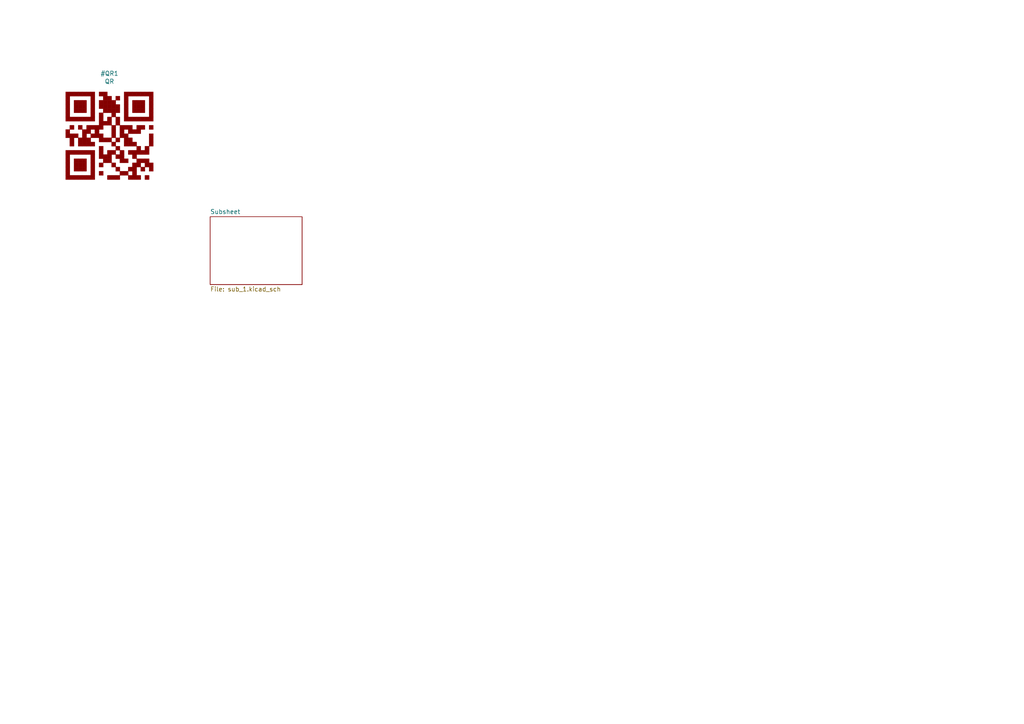
<source format=kicad_sch>
(kicad_sch (version 20211123) (generator eeschema)
  (paper "A4")
  (title_block (title "QR Test") (rev "A"))
  (lib_symbols
    (symbol "qr:QR" (pin_numbers hide) (pin_names hide) (in_bom no)
      (property "Reference" "#QR" (at 0 13.95 0))
      (property "Value" "QR" (at 0 -13.95 0))
      (symbol "QR_1_1"
        (rectangle (start -12.7 12.7) (end -11.49 11.49) (stroke (width 0.001)) (fill (type outline)))
        (rectangle (start -11.49 12.7) (end -10.28 11.49) (stroke (width 0.001)) (fill (type outline)))
        (rectangle (start -10.28 12.7) (end -9.07 11.49) (stroke (width 0.001)) (fill (type outline)))
        (rectangle (start -9.07 12.7) (end -7.86 11.49) (stroke (width 0.001)) (fill (type outline)))
        (rectangle (start -7.86 12.7) (end -6.65 11.49) (stroke (width 0.001)) (fill (type outline)))
        (rectangle (start -6.65 12.7) (end -5.44 11.49) (stroke (width 0.001)) (fill (type outline)))
        (rectangle (start -5.44 12.7) (end -4.23 11.49) (stroke (width 0.001)) (fill (type outline)))
        (rectangle (start -3.02 12.7) (end -1.81 11.49) (stroke (width 0.001)) (fill (type outline)))
        (rectangle (start -1.81 12.7) (end -0.6 11.49) (stroke (width 0.001)) (fill (type outline)))
        (rectangle (start 4.24 12.7) (end 5.45 11.49) (stroke (width 0.001)) (fill (type outline)))
        (rectangle (start 5.45 12.7) (end 6.66 11.49) (stroke (width 0.001)) (fill (type outline)))
        (rectangle (start 6.66 12.7) (end 7.87 11.49) (stroke (width 0.001)) (fill (type outline)))
        (rectangle (start 7.87 12.7) (end 9.08 11.49) (stroke (width 0.001)) (fill (type outline)))
        (rectangle (start 9.08 12.7) (end 10.29 11.49) (stroke (width 0.001)) (fill (type outline)))
        (rectangle (start 10.29 12.7) (end 11.5 11.49) (stroke (width 0.001)) (fill (type outline)))
        (rectangle (start 11.5 12.7) (end 12.71 11.49) (stroke (width 0.001)) (fill (type outline)))
        (rectangle (start -12.7 11.49) (end -11.49 10.28) (stroke (width 0.001)) (fill (type outline)))
        (rectangle (start -5.44 11.49) (end -4.23 10.28) (stroke (width 0.001)) (fill (type outline)))
        (rectangle (start -1.81 11.49) (end -0.6 10.28) (stroke (width 0.001)) (fill (type outline)))
        (rectangle (start -0.6 11.49) (end 0.61 10.28) (stroke (width 0.001)) (fill (type outline)))
        (rectangle (start 1.82 11.49) (end 3.03 10.28) (stroke (width 0.001)) (fill (type outline)))
        (rectangle (start 4.24 11.49) (end 5.45 10.28) (stroke (width 0.001)) (fill (type outline)))
        (rectangle (start 11.5 11.49) (end 12.71 10.28) (stroke (width 0.001)) (fill (type outline)))
        (rectangle (start -12.7 10.28) (end -11.49 9.07) (stroke (width 0.001)) (fill (type outline)))
        (rectangle (start -10.28 10.28) (end -9.07 9.07) (stroke (width 0.001)) (fill (type outline)))
        (rectangle (start -9.07 10.28) (end -7.86 9.07) (stroke (width 0.001)) (fill (type outline)))
        (rectangle (start -7.86 10.28) (end -6.65 9.07) (stroke (width 0.001)) (fill (type outline)))
        (rectangle (start -5.44 10.28) (end -4.23 9.07) (stroke (width 0.001)) (fill (type outline)))
        (rectangle (start -3.02 10.28) (end -1.81 9.07) (stroke (width 0.001)) (fill (type outline)))
        (rectangle (start -1.81 10.28) (end -0.6 9.07) (stroke (width 0.001)) (fill (type outline)))
        (rectangle (start -0.6 10.28) (end 0.61 9.07) (stroke (width 0.001)) (fill (type outline)))
        (rectangle (start 0.61 10.28) (end 1.82 9.07) (stroke (width 0.001)) (fill (type outline)))
        (rectangle (start 4.24 10.28) (end 5.45 9.07) (stroke (width 0.001)) (fill (type outline)))
        (rectangle (start 6.66 10.28) (end 7.87 9.07) (stroke (width 0.001)) (fill (type outline)))
        (rectangle (start 7.87 10.28) (end 9.08 9.07) (stroke (width 0.001)) (fill (type outline)))
        (rectangle (start 9.08 10.28) (end 10.29 9.07) (stroke (width 0.001)) (fill (type outline)))
        (rectangle (start 11.5 10.28) (end 12.71 9.07) (stroke (width 0.001)) (fill (type outline)))
        (rectangle (start -12.7 9.07) (end -11.49 7.86) (stroke (width 0.001)) (fill (type outline)))
        (rectangle (start -10.28 9.07) (end -9.07 7.86) (stroke (width 0.001)) (fill (type outline)))
        (rectangle (start -9.07 9.07) (end -7.86 7.86) (stroke (width 0.001)) (fill (type outline)))
        (rectangle (start -7.86 9.07) (end -6.65 7.86) (stroke (width 0.001)) (fill (type outline)))
        (rectangle (start -5.44 9.07) (end -4.23 7.86) (stroke (width 0.001)) (fill (type outline)))
        (rectangle (start -3.02 9.07) (end -1.81 7.86) (stroke (width 0.001)) (fill (type outline)))
        (rectangle (start -1.81 9.07) (end -0.6 7.86) (stroke (width 0.001)) (fill (type outline)))
        (rectangle (start -0.6 9.07) (end 0.61 7.86) (stroke (width 0.001)) (fill (type outline)))
        (rectangle (start 0.61 9.07) (end 1.82 7.86) (stroke (width 0.001)) (fill (type outline)))
        (rectangle (start 1.82 9.07) (end 3.03 7.86) (stroke (width 0.001)) (fill (type outline)))
        (rectangle (start 4.24 9.07) (end 5.45 7.86) (stroke (width 0.001)) (fill (type outline)))
        (rectangle (start 6.66 9.07) (end 7.87 7.86) (stroke (width 0.001)) (fill (type outline)))
        (rectangle (start 7.87 9.07) (end 9.08 7.86) (stroke (width 0.001)) (fill (type outline)))
        (rectangle (start 9.08 9.07) (end 10.29 7.86) (stroke (width 0.001)) (fill (type outline)))
        (rectangle (start 11.5 9.07) (end 12.71 7.86) (stroke (width 0.001)) (fill (type outline)))
        (rectangle (start -12.7 7.86) (end -11.49 6.65) (stroke (width 0.001)) (fill (type outline)))
        (rectangle (start -10.28 7.86) (end -9.07 6.65) (stroke (width 0.001)) (fill (type outline)))
        (rectangle (start -9.07 7.86) (end -7.86 6.65) (stroke (width 0.001)) (fill (type outline)))
        (rectangle (start -7.86 7.86) (end -6.65 6.65) (stroke (width 0.001)) (fill (type outline)))
        (rectangle (start -5.44 7.86) (end -4.23 6.65) (stroke (width 0.001)) (fill (type outline)))
        (rectangle (start -1.81 7.86) (end -0.6 6.65) (stroke (width 0.001)) (fill (type outline)))
        (rectangle (start -0.6 7.86) (end 0.61 6.65) (stroke (width 0.001)) (fill (type outline)))
        (rectangle (start 0.61 7.86) (end 1.82 6.65) (stroke (width 0.001)) (fill (type outline)))
        (rectangle (start 1.82 7.86) (end 3.03 6.65) (stroke (width 0.001)) (fill (type outline)))
        (rectangle (start 4.24 7.86) (end 5.45 6.65) (stroke (width 0.001)) (fill (type outline)))
        (rectangle (start 6.66 7.86) (end 7.87 6.65) (stroke (width 0.001)) (fill (type outline)))
        (rectangle (start 7.87 7.86) (end 9.08 6.65) (stroke (width 0.001)) (fill (type outline)))
        (rectangle (start 9.08 7.86) (end 10.29 6.65) (stroke (width 0.001)) (fill (type outline)))
        (rectangle (start 11.5 7.86) (end 12.71 6.65) (stroke (width 0.001)) (fill (type outline)))
        (rectangle (start -12.7 6.65) (end -11.49 5.44) (stroke (width 0.001)) (fill (type outline)))
        (rectangle (start -5.44 6.65) (end -4.23 5.44) (stroke (width 0.001)) (fill (type outline)))
        (rectangle (start -3.02 6.65) (end -1.81 5.44) (stroke (width 0.001)) (fill (type outline)))
        (rectangle (start 0.61 6.65) (end 1.82 5.44) (stroke (width 0.001)) (fill (type outline)))
        (rectangle (start 4.24 6.65) (end 5.45 5.44) (stroke (width 0.001)) (fill (type outline)))
        (rectangle (start 11.5 6.65) (end 12.71 5.44) (stroke (width 0.001)) (fill (type outline)))
        (rectangle (start -12.7 5.44) (end -11.49 4.23) (stroke (width 0.001)) (fill (type outline)))
        (rectangle (start -11.49 5.44) (end -10.28 4.23) (stroke (width 0.001)) (fill (type outline)))
        (rectangle (start -10.28 5.44) (end -9.07 4.23) (stroke (width 0.001)) (fill (type outline)))
        (rectangle (start -9.07 5.44) (end -7.86 4.23) (stroke (width 0.001)) (fill (type outline)))
        (rectangle (start -7.86 5.44) (end -6.65 4.23) (stroke (width 0.001)) (fill (type outline)))
        (rectangle (start -6.65 5.44) (end -5.44 4.23) (stroke (width 0.001)) (fill (type outline)))
        (rectangle (start -5.44 5.44) (end -4.23 4.23) (stroke (width 0.001)) (fill (type outline)))
        (rectangle (start -3.02 5.44) (end -1.81 4.23) (stroke (width 0.001)) (fill (type outline)))
        (rectangle (start -0.6 5.44) (end 0.61 4.23) (stroke (width 0.001)) (fill (type outline)))
        (rectangle (start 1.82 5.44) (end 3.03 4.23) (stroke (width 0.001)) (fill (type outline)))
        (rectangle (start 4.24 5.44) (end 5.45 4.23) (stroke (width 0.001)) (fill (type outline)))
        (rectangle (start 5.45 5.44) (end 6.66 4.23) (stroke (width 0.001)) (fill (type outline)))
        (rectangle (start 6.66 5.44) (end 7.87 4.23) (stroke (width 0.001)) (fill (type outline)))
        (rectangle (start 7.87 5.44) (end 9.08 4.23) (stroke (width 0.001)) (fill (type outline)))
        (rectangle (start 9.08 5.44) (end 10.29 4.23) (stroke (width 0.001)) (fill (type outline)))
        (rectangle (start 10.29 5.44) (end 11.5 4.23) (stroke (width 0.001)) (fill (type outline)))
        (rectangle (start 11.5 5.44) (end 12.71 4.23) (stroke (width 0.001)) (fill (type outline)))
        (rectangle (start -3.02 4.23) (end -1.81 3.02) (stroke (width 0.001)) (fill (type outline)))
        (rectangle (start -1.81 4.23) (end -0.6 3.02) (stroke (width 0.001)) (fill (type outline)))
        (rectangle (start -0.6 4.23) (end 0.61 3.02) (stroke (width 0.001)) (fill (type outline)))
        (rectangle (start 1.82 4.23) (end 3.03 3.02) (stroke (width 0.001)) (fill (type outline)))
        (rectangle (start -11.49 3.02) (end -10.28 1.81) (stroke (width 0.001)) (fill (type outline)))
        (rectangle (start -9.07 3.02) (end -7.86 1.81) (stroke (width 0.001)) (fill (type outline)))
        (rectangle (start -6.65 3.02) (end -5.44 1.81) (stroke (width 0.001)) (fill (type outline)))
        (rectangle (start -5.44 3.02) (end -4.23 1.81) (stroke (width 0.001)) (fill (type outline)))
        (rectangle (start -4.23 3.02) (end -3.02 1.81) (stroke (width 0.001)) (fill (type outline)))
        (rectangle (start -3.02 3.02) (end -1.81 1.81) (stroke (width 0.001)) (fill (type outline)))
        (rectangle (start 0.61 3.02) (end 1.82 1.81) (stroke (width 0.001)) (fill (type outline)))
        (rectangle (start 3.03 3.02) (end 4.24 1.81) (stroke (width 0.001)) (fill (type outline)))
        (rectangle (start 4.24 3.02) (end 5.45 1.81) (stroke (width 0.001)) (fill (type outline)))
        (rectangle (start 5.45 3.02) (end 6.66 1.81) (stroke (width 0.001)) (fill (type outline)))
        (rectangle (start 7.87 3.02) (end 9.08 1.81) (stroke (width 0.001)) (fill (type outline)))
        (rectangle (start 9.08 3.02) (end 10.29 1.81) (stroke (width 0.001)) (fill (type outline)))
        (rectangle (start 11.5 3.02) (end 12.71 1.81) (stroke (width 0.001)) (fill (type outline)))
        (rectangle (start -12.7 1.81) (end -11.49 0.6) (stroke (width 0.001)) (fill (type outline)))
        (rectangle (start -7.86 1.81) (end -6.65 0.6) (stroke (width 0.001)) (fill (type outline)))
        (rectangle (start -6.65 1.81) (end -5.44 0.6) (stroke (width 0.001)) (fill (type outline)))
        (rectangle (start -4.23 1.81) (end -3.02 0.6) (stroke (width 0.001)) (fill (type outline)))
        (rectangle (start 0.61 1.81) (end 1.82 0.6) (stroke (width 0.001)) (fill (type outline)))
        (rectangle (start 3.03 1.81) (end 4.24 0.6) (stroke (width 0.001)) (fill (type outline)))
        (rectangle (start 5.45 1.81) (end 6.66 0.6) (stroke (width 0.001)) (fill (type outline)))
        (rectangle (start 6.66 1.81) (end 7.87 0.6) (stroke (width 0.001)) (fill (type outline)))
        (rectangle (start 7.87 1.81) (end 9.08 0.6) (stroke (width 0.001)) (fill (type outline)))
        (rectangle (start -12.7 0.6) (end -11.49 -0.61) (stroke (width 0.001)) (fill (type outline)))
        (rectangle (start -11.49 0.6) (end -10.28 -0.61) (stroke (width 0.001)) (fill (type outline)))
        (rectangle (start -10.28 0.6) (end -9.07 -0.61) (stroke (width 0.001)) (fill (type outline)))
        (rectangle (start -7.86 0.6) (end -6.65 -0.61) (stroke (width 0.001)) (fill (type outline)))
        (rectangle (start -5.44 0.6) (end -4.23 -0.61) (stroke (width 0.001)) (fill (type outline)))
        (rectangle (start -4.23 0.6) (end -3.02 -0.61) (stroke (width 0.001)) (fill (type outline)))
        (rectangle (start -3.02 0.6) (end -1.81 -0.61) (stroke (width 0.001)) (fill (type outline)))
        (rectangle (start 0.61 0.6) (end 1.82 -0.61) (stroke (width 0.001)) (fill (type outline)))
        (rectangle (start 3.03 0.6) (end 4.24 -0.61) (stroke (width 0.001)) (fill (type outline)))
        (rectangle (start 4.24 0.6) (end 5.45 -0.61) (stroke (width 0.001)) (fill (type outline)))
        (rectangle (start 11.5 0.6) (end 12.71 -0.61) (stroke (width 0.001)) (fill (type outline)))
        (rectangle (start -11.49 -0.61) (end -10.28 -1.82) (stroke (width 0.001)) (fill (type outline)))
        (rectangle (start -9.07 -0.61) (end -7.86 -1.82) (stroke (width 0.001)) (fill (type outline)))
        (rectangle (start -7.86 -0.61) (end -6.65 -1.82) (stroke (width 0.001)) (fill (type outline)))
        (rectangle (start -6.65 -0.61) (end -5.44 -1.82) (stroke (width 0.001)) (fill (type outline)))
        (rectangle (start -3.02 -0.61) (end -1.81 -1.82) (stroke (width 0.001)) (fill (type outline)))
        (rectangle (start -1.81 -0.61) (end -0.6 -1.82) (stroke (width 0.001)) (fill (type outline)))
        (rectangle (start -0.6 -0.61) (end 0.61 -1.82) (stroke (width 0.001)) (fill (type outline)))
        (rectangle (start 1.82 -0.61) (end 3.03 -1.82) (stroke (width 0.001)) (fill (type outline)))
        (rectangle (start 4.24 -0.61) (end 5.45 -1.82) (stroke (width 0.001)) (fill (type outline)))
        (rectangle (start 5.45 -0.61) (end 6.66 -1.82) (stroke (width 0.001)) (fill (type outline)))
        (rectangle (start 11.5 -0.61) (end 12.71 -1.82) (stroke (width 0.001)) (fill (type outline)))
        (rectangle (start -11.49 -1.82) (end -10.28 -3.03) (stroke (width 0.001)) (fill (type outline)))
        (rectangle (start -9.07 -1.82) (end -7.86 -3.03) (stroke (width 0.001)) (fill (type outline)))
        (rectangle (start -7.86 -1.82) (end -6.65 -3.03) (stroke (width 0.001)) (fill (type outline)))
        (rectangle (start -6.65 -1.82) (end -5.44 -3.03) (stroke (width 0.001)) (fill (type outline)))
        (rectangle (start -5.44 -1.82) (end -4.23 -3.03) (stroke (width 0.001)) (fill (type outline)))
        (rectangle (start 0.61 -1.82) (end 1.82 -3.03) (stroke (width 0.001)) (fill (type outline)))
        (rectangle (start 4.24 -1.82) (end 5.45 -3.03) (stroke (width 0.001)) (fill (type outline)))
        (rectangle (start 5.45 -1.82) (end 6.66 -3.03) (stroke (width 0.001)) (fill (type outline)))
        (rectangle (start 6.66 -1.82) (end 7.87 -3.03) (stroke (width 0.001)) (fill (type outline)))
        (rectangle (start 11.5 -1.82) (end 12.71 -3.03) (stroke (width 0.001)) (fill (type outline)))
        (rectangle (start -3.02 -3.03) (end -1.81 -4.24) (stroke (width 0.001)) (fill (type outline)))
        (rectangle (start 1.82 -3.03) (end 3.03 -4.24) (stroke (width 0.001)) (fill (type outline)))
        (rectangle (start 7.87 -3.03) (end 9.08 -4.24) (stroke (width 0.001)) (fill (type outline)))
        (rectangle (start 10.29 -3.03) (end 11.5 -4.24) (stroke (width 0.001)) (fill (type outline)))
        (rectangle (start -12.7 -4.24) (end -11.49 -5.45) (stroke (width 0.001)) (fill (type outline)))
        (rectangle (start -11.49 -4.24) (end -10.28 -5.45) (stroke (width 0.001)) (fill (type outline)))
        (rectangle (start -10.28 -4.24) (end -9.07 -5.45) (stroke (width 0.001)) (fill (type outline)))
        (rectangle (start -9.07 -4.24) (end -7.86 -5.45) (stroke (width 0.001)) (fill (type outline)))
        (rectangle (start -7.86 -4.24) (end -6.65 -5.45) (stroke (width 0.001)) (fill (type outline)))
        (rectangle (start -6.65 -4.24) (end -5.44 -5.45) (stroke (width 0.001)) (fill (type outline)))
        (rectangle (start -5.44 -4.24) (end -4.23 -5.45) (stroke (width 0.001)) (fill (type outline)))
        (rectangle (start -3.02 -4.24) (end -1.81 -5.45) (stroke (width 0.001)) (fill (type outline)))
        (rectangle (start -0.6 -4.24) (end 0.61 -5.45) (stroke (width 0.001)) (fill (type outline)))
        (rectangle (start 0.61 -4.24) (end 1.82 -5.45) (stroke (width 0.001)) (fill (type outline)))
        (rectangle (start 3.03 -4.24) (end 4.24 -5.45) (stroke (width 0.001)) (fill (type outline)))
        (rectangle (start 5.45 -4.24) (end 6.66 -5.45) (stroke (width 0.001)) (fill (type outline)))
        (rectangle (start 6.66 -4.24) (end 7.87 -5.45) (stroke (width 0.001)) (fill (type outline)))
        (rectangle (start 7.87 -4.24) (end 9.08 -5.45) (stroke (width 0.001)) (fill (type outline)))
        (rectangle (start 9.08 -4.24) (end 10.29 -5.45) (stroke (width 0.001)) (fill (type outline)))
        (rectangle (start 10.29 -4.24) (end 11.5 -5.45) (stroke (width 0.001)) (fill (type outline)))
        (rectangle (start -12.7 -5.45) (end -11.49 -6.66) (stroke (width 0.001)) (fill (type outline)))
        (rectangle (start -5.44 -5.45) (end -4.23 -6.66) (stroke (width 0.001)) (fill (type outline)))
        (rectangle (start -3.02 -5.45) (end -1.81 -6.66) (stroke (width 0.001)) (fill (type outline)))
        (rectangle (start -1.81 -5.45) (end -0.6 -6.66) (stroke (width 0.001)) (fill (type outline)))
        (rectangle (start -0.6 -5.45) (end 0.61 -6.66) (stroke (width 0.001)) (fill (type outline)))
        (rectangle (start 1.82 -5.45) (end 3.03 -6.66) (stroke (width 0.001)) (fill (type outline)))
        (rectangle (start 3.03 -5.45) (end 4.24 -6.66) (stroke (width 0.001)) (fill (type outline)))
        (rectangle (start 6.66 -5.45) (end 7.87 -6.66) (stroke (width 0.001)) (fill (type outline)))
        (rectangle (start -12.7 -6.66) (end -11.49 -7.87) (stroke (width 0.001)) (fill (type outline)))
        (rectangle (start -10.28 -6.66) (end -9.07 -7.87) (stroke (width 0.001)) (fill (type outline)))
        (rectangle (start -9.07 -6.66) (end -7.86 -7.87) (stroke (width 0.001)) (fill (type outline)))
        (rectangle (start -7.86 -6.66) (end -6.65 -7.87) (stroke (width 0.001)) (fill (type outline)))
        (rectangle (start -5.44 -6.66) (end -4.23 -7.87) (stroke (width 0.001)) (fill (type outline)))
        (rectangle (start -1.81 -6.66) (end -0.6 -7.87) (stroke (width 0.001)) (fill (type outline)))
        (rectangle (start -0.6 -6.66) (end 0.61 -7.87) (stroke (width 0.001)) (fill (type outline)))
        (rectangle (start 3.03 -6.66) (end 4.24 -7.87) (stroke (width 0.001)) (fill (type outline)))
        (rectangle (start 4.24 -6.66) (end 5.45 -7.87) (stroke (width 0.001)) (fill (type outline)))
        (rectangle (start 7.87 -6.66) (end 9.08 -7.87) (stroke (width 0.001)) (fill (type outline)))
        (rectangle (start 9.08 -6.66) (end 10.29 -7.87) (stroke (width 0.001)) (fill (type outline)))
        (rectangle (start 10.29 -6.66) (end 11.5 -7.87) (stroke (width 0.001)) (fill (type outline)))
        (rectangle (start -12.7 -7.87) (end -11.49 -9.08) (stroke (width 0.001)) (fill (type outline)))
        (rectangle (start -10.28 -7.87) (end -9.07 -9.08) (stroke (width 0.001)) (fill (type outline)))
        (rectangle (start -9.07 -7.87) (end -7.86 -9.08) (stroke (width 0.001)) (fill (type outline)))
        (rectangle (start -7.86 -7.87) (end -6.65 -9.08) (stroke (width 0.001)) (fill (type outline)))
        (rectangle (start -5.44 -7.87) (end -4.23 -9.08) (stroke (width 0.001)) (fill (type outline)))
        (rectangle (start -3.02 -7.87) (end -1.81 -9.08) (stroke (width 0.001)) (fill (type outline)))
        (rectangle (start 0.61 -7.87) (end 1.82 -9.08) (stroke (width 0.001)) (fill (type outline)))
        (rectangle (start 6.66 -7.87) (end 7.87 -9.08) (stroke (width 0.001)) (fill (type outline)))
        (rectangle (start 7.87 -7.87) (end 9.08 -9.08) (stroke (width 0.001)) (fill (type outline)))
        (rectangle (start 10.29 -7.87) (end 11.5 -9.08) (stroke (width 0.001)) (fill (type outline)))
        (rectangle (start 11.5 -7.87) (end 12.71 -9.08) (stroke (width 0.001)) (fill (type outline)))
        (rectangle (start -12.7 -9.08) (end -11.49 -10.29) (stroke (width 0.001)) (fill (type outline)))
        (rectangle (start -10.28 -9.08) (end -9.07 -10.29) (stroke (width 0.001)) (fill (type outline)))
        (rectangle (start -9.07 -9.08) (end -7.86 -10.29) (stroke (width 0.001)) (fill (type outline)))
        (rectangle (start -7.86 -9.08) (end -6.65 -10.29) (stroke (width 0.001)) (fill (type outline)))
        (rectangle (start -5.44 -9.08) (end -4.23 -10.29) (stroke (width 0.001)) (fill (type outline)))
        (rectangle (start 1.82 -9.08) (end 3.03 -10.29) (stroke (width 0.001)) (fill (type outline)))
        (rectangle (start 5.45 -9.08) (end 6.66 -10.29) (stroke (width 0.001)) (fill (type outline)))
        (rectangle (start 6.66 -9.08) (end 7.87 -10.29) (stroke (width 0.001)) (fill (type outline)))
        (rectangle (start 9.08 -9.08) (end 10.29 -10.29) (stroke (width 0.001)) (fill (type outline)))
        (rectangle (start 11.5 -9.08) (end 12.71 -10.29) (stroke (width 0.001)) (fill (type outline)))
        (rectangle (start -12.7 -10.29) (end -11.49 -11.5) (stroke (width 0.001)) (fill (type outline)))
        (rectangle (start -5.44 -10.29) (end -4.23 -11.5) (stroke (width 0.001)) (fill (type outline)))
        (rectangle (start -3.02 -10.29) (end -1.81 -11.5) (stroke (width 0.001)) (fill (type outline)))
        (rectangle (start 3.03 -10.29) (end 4.24 -11.5) (stroke (width 0.001)) (fill (type outline)))
        (rectangle (start 4.24 -10.29) (end 5.45 -11.5) (stroke (width 0.001)) (fill (type outline)))
        (rectangle (start 6.66 -10.29) (end 7.87 -11.5) (stroke (width 0.001)) (fill (type outline)))
        (rectangle (start -12.7 -11.5) (end -11.49 -12.71) (stroke (width 0.001)) (fill (type outline)))
        (rectangle (start -11.49 -11.5) (end -10.28 -12.71) (stroke (width 0.001)) (fill (type outline)))
        (rectangle (start -10.28 -11.5) (end -9.07 -12.71) (stroke (width 0.001)) (fill (type outline)))
        (rectangle (start -9.07 -11.5) (end -7.86 -12.71) (stroke (width 0.001)) (fill (type outline)))
        (rectangle (start -7.86 -11.5) (end -6.65 -12.71) (stroke (width 0.001)) (fill (type outline)))
        (rectangle (start -6.65 -11.5) (end -5.44 -12.71) (stroke (width 0.001)) (fill (type outline)))
        (rectangle (start -5.44 -11.5) (end -4.23 -12.71) (stroke (width 0.001)) (fill (type outline)))
        (rectangle (start -0.6 -11.5) (end 0.61 -12.71) (stroke (width 0.001)) (fill (type outline)))
        (rectangle (start 0.61 -11.5) (end 1.82 -12.71) (stroke (width 0.001)) (fill (type outline)))
        (rectangle (start 1.82 -11.5) (end 3.03 -12.71) (stroke (width 0.001)) (fill (type outline)))
        (rectangle (start 5.45 -11.5) (end 6.66 -12.71) (stroke (width 0.001)) (fill (type outline)))
        (rectangle (start 6.66 -11.5) (end 7.87 -12.71) (stroke (width 0.001)) (fill (type outline)))
        (rectangle (start 7.87 -11.5) (end 9.08 -12.71) (stroke (width 0.001)) (fill (type outline)))
        (rectangle (start 10.29 -11.5) (end 11.5 -12.71) (stroke (width 0.001)) (fill (type outline)))
      )
    )
  )
  (symbol (lib_id "qr:QR") (at 31.75 39.37 0) (unit 1)
    (property "Reference" "#QR1" (at 31.75 21.3106 0))
    (property "Value" "QR" (at 31.75 23.622 0))
    (property "Footprint" "QR:QR" (effects hide))
    (property "qr_version" "1" (effects hide))
    (property "qr_size" "21" (effects hide))
    (property "qr_ecc" "1,0" (effects hide))
    (property "qr_mask" "6" (effects hide))
    (property "qr_text" "bogus 1 2 3 4" (effects hide))
  )
  (sheet (at 60.96 62.865) (size 26.67 19.685) (fill (color 0 0 0 0.0))
    (property "Sheet name" "Subsheet" (at 60.96 62.1534 0) (effects (justify left bottom)))
    (property "Sheet file" "sub_1.kicad_sch" (at 60.96 83.1346 0) (effects (justify left top)))
  )
)
</source>
